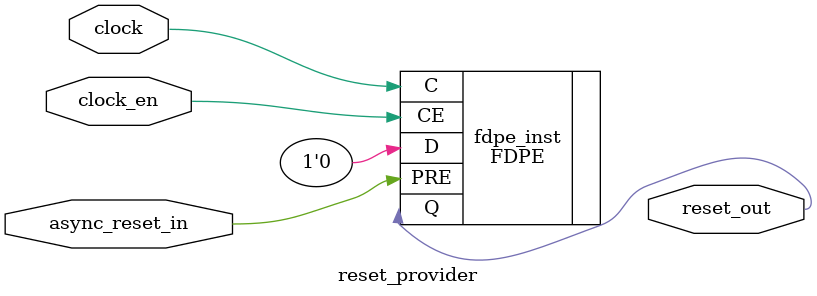
<source format=sv>
`include "timescale.sv"
module reset_provider
(
	input logic clock,
	input logic clock_en,
	input logic async_reset_in,
	output logic reset_out
);

	// FDPE Single data rate DFF with async reset and posedge clock enable
	FDPE #(
		.INIT(1'b1)
	) fdpe_inst
	(
		.Q(reset_out),
		.C(clock),
		.CE(clock_en),
		.PRE(async_reset_in),
		.D(1'b0)
	);

endmodule

</source>
